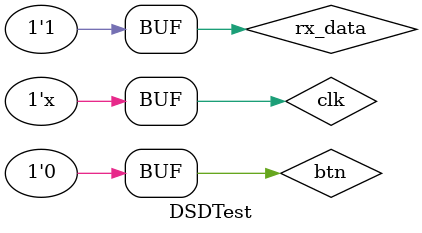
<source format=v>
`timescale 1ns / 1ps


module DSDTest;

	// Inputs
	reg clk;
	reg btn;
	reg rx_data;

	// Outputs
	wire [7:0] out;

	// Instantiate the Unit Under Test (UUT)
	Main uut (
		.clk(clk), 
		.btn(btn), 
		.rx_data(rx_data),
		.out(out)
	);

	initial begin
		// Initialize Inputs
		clk = 0;
		btn = 0;
		rx_data = 0;

		// Wait 100 ns for global reset to finish
		#100;
        
		// Add stimulus here
		rx_data = 1;
		#13020;
		rx_data = 0;
		
		#104160; //first bit
		rx_data = 0;
		
		#104160; //second bit
		//rx_data = 0;
		
		#104160; //third bit
		//rx_data = 0;
		
		#104160; //fourth bit
		//rx_data = 0;
		
		#104160; //fifth bit
		//rx_data = 0;
		
		#104160; //sixth bit
		//rx_data = 0;
		
		#104160; //seventh bit
		rx_data = 1;
		
		#104160; //eighth bit
		rx_data = 0;
		
		#104160; //stop bit
		rx_data = 1;
		
		/*#104160; rx_data = 1; //2 = size of thing
		#13020; rx_data = 0; //start bit
		#104160; rx_data = 1; //first bit, number is current 01000001 
		#104160; rx_data = 0; //second bit
		#104160; rx_data = 1; //third bit
		#104160; rx_data = 0; //fourth bit
		#104160; rx_data = 1; //fifth bit
		#104160; rx_data = 0; //sixth bit
		#104160; rx_data = 1; //seventh bit
		#104160; rx_data = 0; //eighth bit
		#104160; rx_data = 1; //stop bit
		
		#104160; rx_data = 1; //1
		#13020; rx_data = 0; //start bit
		#104160; rx_data = 0; //first bit, number is current 01000001 
		#104160; rx_data = 1; //second bit
		#104160; rx_data = 0; //third bit
		#104160; rx_data = 1; //fourth bit
		#104160; rx_data = 0; //fifth bit
		#104160; rx_data = 1; //sixth bit
		#104160; rx_data = 0; //seventh bit
		#104160; rx_data = 1; //eighth bit
		#104160; rx_data = 1; //stop bit
		
		/*#104160; rx_data = 1; //2
		#13020; rx_data = 0; //start bit
		#104160; rx_data = 0; //first bit, number is current 01000001 
		#104160; rx_data = 1; //second bit
		#104160; rx_data = 0; //third bit
		#104160; rx_data = 0; //fourth bit
		#104160; rx_data = 0; //fifth bit
		#104160; rx_data = 0; //sixth bit
		#104160; rx_data = 0; //seventh bit
		#104160; rx_data = 0; //eighth bit
		#104160; rx_data = 1; //stop bit
		
		#104160; rx_data = 1; //3
		#13020; rx_data = 0; //start bit
		#104160; rx_data = 1; //first bit, number is current 01000001 
		#104160; rx_data = 1; //second bit
		#104160; rx_data = 0; //third bit
		#104160; rx_data = 0; //fourth bit
		#104160; rx_data = 0; //fifth bit
		#104160; rx_data = 0; //sixth bit
		#104160; rx_data = 0; //seventh bit
		#104160; rx_data = 0; //eighth bit
		#104160; rx_data = 1; //stop bit
		
		#104160; rx_data = 1; //4
		#13020; rx_data = 0; //start bit
		#104160; rx_data = 0; //first bit, number is current 01000001 
		#104160; rx_data = 0; //second bit
		#104160; rx_data = 1; //third bit
		#104160; rx_data = 0; //fourth bit
		#104160; rx_data = 0; //fifth bit
		#104160; rx_data = 0; //sixth bit
		#104160; rx_data = 0; //seventh bit
		#104160; rx_data = 0; //eighth bit
		#104160; rx_data = 1; //stop bit
		
		#104160; rx_data = 1; //5
		#13020; rx_data = 0; //start bit
		#104160; rx_data = 1; //first bit, number is current 01000001 
		#104160; rx_data = 0; //second bit
		#104160; rx_data = 1; //third bit
		#104160; rx_data = 0; //fourth bit
		#104160; rx_data = 0; //fifth bit
		#104160; rx_data = 0; //sixth bit
		#104160; rx_data = 0; //seventh bit
		#104160; rx_data = 0; //eighth bit
		#104160; rx_data = 1; //stop bit
		
		#104160; rx_data = 1; //6
		#13020; rx_data = 0; //start bit
		#104160; rx_data = 0; //first bit, number is current 01000001 
		#104160; rx_data = 1; //second bit
		#104160; rx_data = 1; //third bit
		#104160; rx_data = 0; //fourth bit
		#104160; rx_data = 0; //fifth bit
		#104160; rx_data = 0; //sixth bit
		#104160; rx_data = 0; //seventh bit
		#104160; rx_data = 0; //eighth bit
		#104160; rx_data = 1; //stop bit
		
		#104160; rx_data = 1; //7
		#13020; rx_data = 0; //start bit
		#104160; rx_data = 1; //first bit, number is current 01000001 
		#104160; rx_data = 1; //second bit
		#104160; rx_data = 1; //third bit
		#104160; rx_data = 0; //fourth bit
		#104160; rx_data = 0; //fifth bit
		#104160; rx_data = 0; //sixth bit
		#104160; rx_data = 0; //seventh bit
		#104160; rx_data = 0; //eighth bit
		#104160; rx_data = 1; //stop bit
		
		#104160; rx_data = 1; //8
		#13020; rx_data = 0; //start bit
		#104160; rx_data = 0; //first bit, number is current 01000001 
		#104160; rx_data = 0; //second bit
		#104160; rx_data = 0; //third bit
		#104160; rx_data = 1; //fourth bit
		#104160; rx_data = 0; //fifth bit
		#104160; rx_data = 0; //sixth bit
		#104160; rx_data = 0; //seventh bit
		#104160; rx_data = 0; //eighth bit
		#104160; rx_data = 1; //stop bit
		
		#104160; rx_data = 1; //9
		#13020; rx_data = 0; //start bit
		#104160; rx_data = 1; //first bit, number is current 01000001 
		#104160; rx_data = 0; //second bit
		#104160; rx_data = 0; //third bit
		#104160; rx_data = 1; //fourth bit
		#104160; rx_data = 0; //fifth bit
		#104160; rx_data = 0; //sixth bit
		#104160; rx_data = 0; //seventh bit
		#104160; rx_data = 0; //eighth bit
		#104160; rx_data = 1; //stop bit
		
		
		//Displaying the results
		#104160; rx_data = 1; //8
		#13020; rx_data = 0; //start bit
		#104160; rx_data = 0; //first bit, number is current 01000001 
		#104160; rx_data = 0; //second bit
		#104160; rx_data = 1; //third bit
		#104160; rx_data = 0; //fourth bit
		#104160; rx_data = 0; //fifth bit
		#104160; rx_data = 0; //sixth bit
		#104160; rx_data = 0; //seventh bit
		#104160; rx_data = 0; //eighth bit
		#104160; rx_data = 1; //stop bit

		
		#100000; btn = 1; #100000; btn = 0;
		#100000; btn = 1; #100000; btn = 0;
		#100000; btn = 1; #100000; btn = 0;
		#100000; btn = 1; #100000; btn = 0;
		#100000; btn = 1; #100000; btn = 0;
		#100000; btn = 1; #100000; btn = 0;
		#100000; btn = 1; #100000; btn = 0;
		#100000; btn = 1; #100000; btn = 0;
		#100000; btn = 1; #100000; btn = 0;
		#100000; btn = 1; #100000; btn = 0;
		#100000; btn = 1; #100000; btn = 0;*/
		
	end
	
	always #5 clk = ~clk;
      
endmodule


</source>
